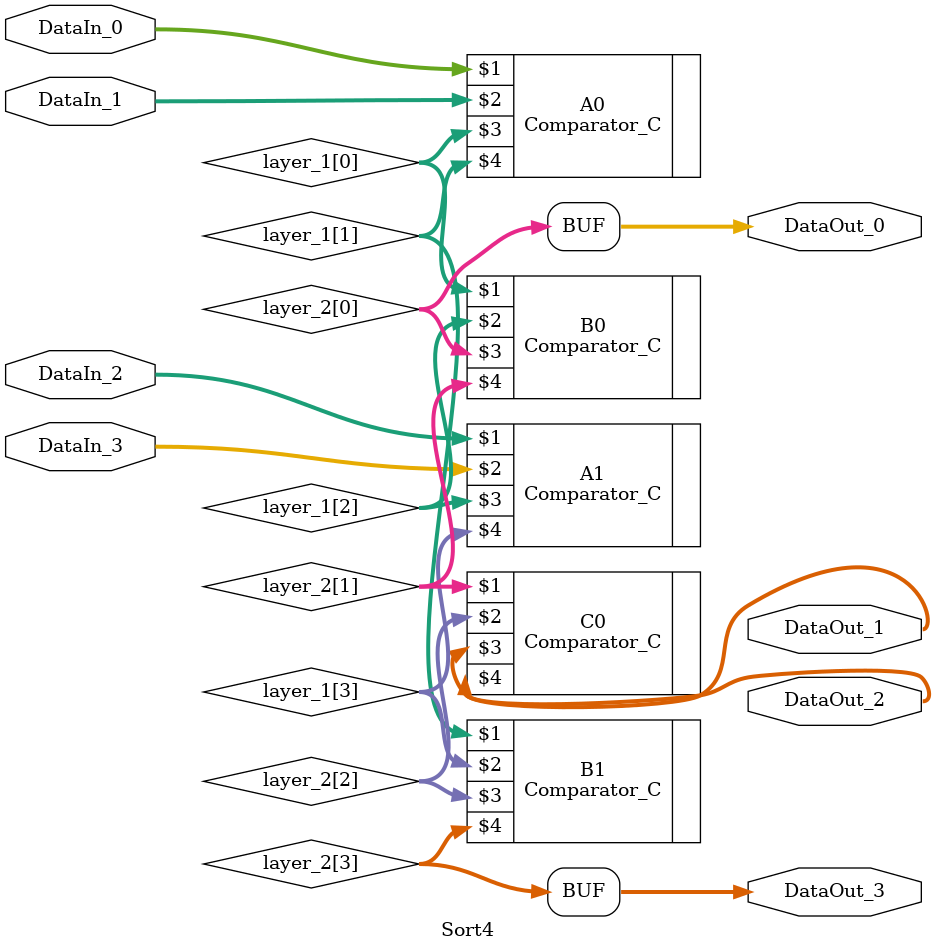
<source format=v>
module Sort4(
	input [12:0] DataIn_0, DataIn_1, DataIn_2, DataIn_3, 
	output [12:0] DataOut_0, DataOut_1, DataOut_2, DataOut_3
);

	wire [12:0] layer_1[3:0];
	Comparator_C A0(DataIn_0, DataIn_1, layer_1[0], layer_1[1]);
	Comparator_C A1(DataIn_2, DataIn_3, layer_1[2], layer_1[3]);
	
	wire [12:0] layer_2[3:0];
	Comparator_C B0(layer_1[0], layer_1[2], layer_2[0], layer_2[1]);
	Comparator_C B1(layer_1[1], layer_1[3], layer_2[2], layer_2[3]);
	
	assign DataOut_0 = layer_2[0];
	assign DataOut_3 = layer_2[3];
	Comparator_C C0(layer_2[1], layer_2[2], DataOut_1, DataOut_2);
	
endmodule


</source>
